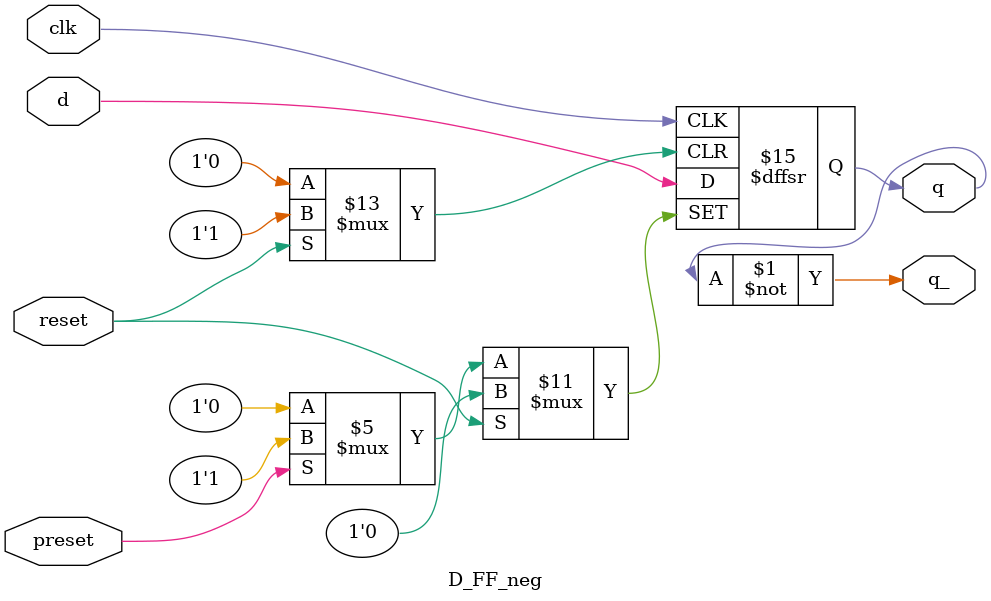
<source format=v>
`timescale 1ns / 1ps


module D_FF_neg(
    q,
    q_,
    clk,
    preset,
    reset,
    d
    );
    
    output reg q;
    output q_;
    input clk;
    input preset;
    input reset;
    input d;
    
    assign q_ = ~q;
    
    always@(negedge clk or posedge preset or posedge reset)
    begin
        if(preset)
            q <= 1;
        
        else if(reset)
            q <= 0;
        
        else
            q <= d;    
    end
endmodule

</source>
